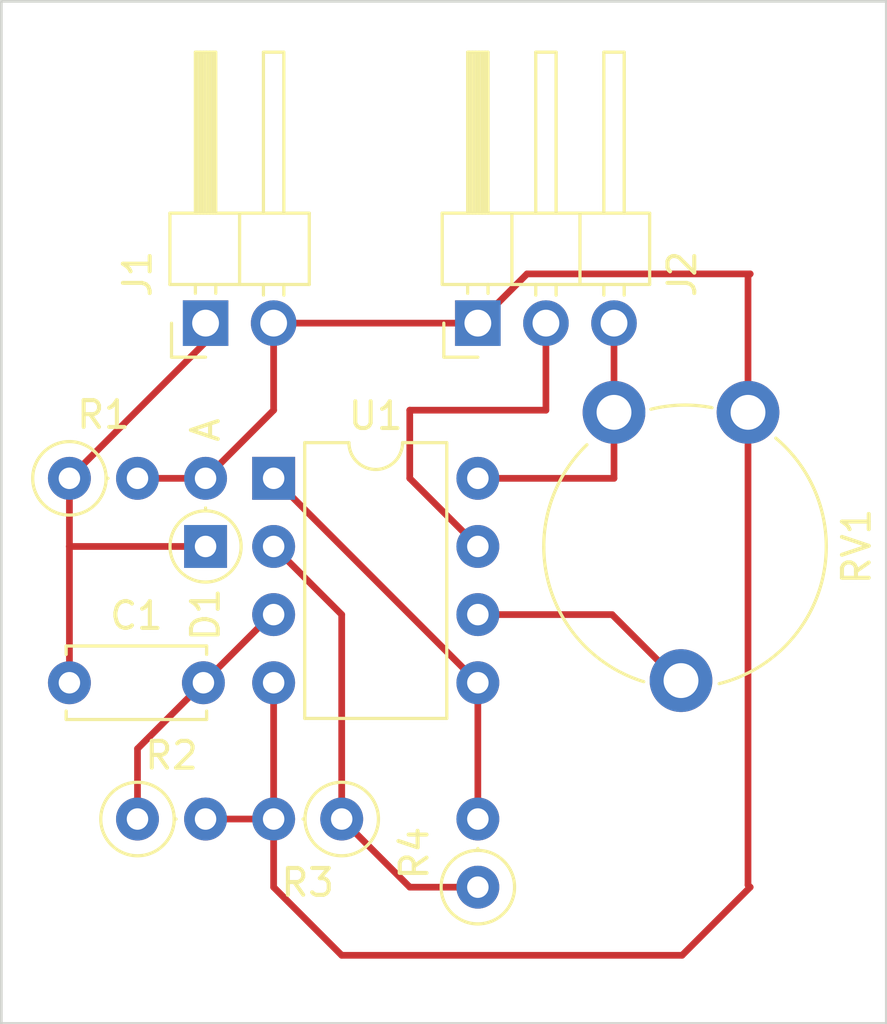
<source format=kicad_pcb>
(kicad_pcb (version 20221018) (generator pcbnew)
  (layers (0 "F.Cu" signal) (31 "B.Cu" signal) (34 "B.Paste" user) (35 "F.Paste" user) (36 "B.SilkS" user "B.Silkscreen") (37 "F.SilkS" user "F.Silkscreen") (38 "B.Mask" user) (39 "F.Mask" user) (44 "Edge.Cuts" user))
  (net 0 "")
  (net 1 "Net-(C1-Pad1)")
  (net 2 "Net-(C1-Pad2)")
  (net 3 "GND")
  (net 4 "Net-(J2-Pad2)")
  (net 5 "+5V")
  (net 6 "Net-(R3-Pad1)")
  (net 7 "Net-(R4-Pad2)")
  (net 8 "Net-(RV1-Pad2)")
  (footprint "Potentiometer_THT:Potentiometer_Piher_PT-10-V10_Vertical" (layer "F.Cu") (at 165.1 76.28 -90)
    (fp_text reference "RV1" (at 5 -9.05 90) (layer "F.SilkS"))
    (fp_text value "100k")
    (fp_arc (start -0.11439 -1.375119) (mid -0.269093 -2.512295) (end -0.174 -3.656) (stroke (width 0.12)) (layer "F.SilkS"))
    (fp_arc (start 0.963379 -6.038474) (mid 6.186565 -7.784991) (end 10.114 -3.924) (stroke (width 0.12)) (layer "F.SilkS"))
    (fp_arc (start 5.09203 2.619358) (mid 2.983245 2.219015) (end 1.209 1.011) (stroke (width 0.12)) (layer "F.SilkS"))
    (fp_arc (start 10.039726 -1.109201) (mid 8.134716 1.586326) (end 5 2.62) (stroke (width 0.12)) (layer "F.SilkS"))
    (pad "1" thru_hole circle (at 0 0 270) (size 2.34 2.34) (drill 1.3) (layers "*.Cu" "*.Mask") (net 5 "+5V"))
    (pad "2" thru_hole circle (at 10 -2.5 270) (size 2.34 2.34) (drill 1.3) (layers "*.Cu" "*.Mask") (net 8 "Net-(RV1-Pad2)"))
    (pad "3" thru_hole circle (at 0 -5 270) (size 2.34 2.34) (drill 1.3) (layers "*.Cu" "*.Mask") (net 3 "GND"))
  )
  (footprint "Resistor_THT:R_Axial_DIN0207_L6.3mm_D2.5mm_P2.54mm_Vertical" (layer "F.Cu") (at 160.02 93.98 90)
    (fp_text reference "R4" (at 1.27 -2.37 90) (layer "F.SilkS"))
    (fp_text value "150k")
    (fp_line (start 1.37 0) (end 1.44 0) (stroke (width 0.12)) (layer "F.SilkS"))
    (fp_circle (center 0 0) (end 1.37 0) (stroke (width 0.12)) (fill none) (layer "F.SilkS"))
    (pad "1" thru_hole circle (at 0 0 90) (size 1.6 1.6) (drill 0.8) (layers "*.Cu" "*.Mask") (net 6 "Net-(R3-Pad1)"))
    (pad "2" thru_hole oval (at 2.54 0 90) (size 1.6 1.6) (drill 0.8) (layers "*.Cu" "*.Mask") (net 7 "Net-(R4-Pad2)"))
  )
  (footprint "Resistor_THT:R_Axial_DIN0207_L6.3mm_D2.5mm_P2.54mm_Vertical" (layer "F.Cu") (at 147.32 91.44)
    (fp_text reference "R2" (at 1.27 -2.37) (layer "F.SilkS"))
    (fp_text value "100k")
    (fp_line (start 1.37 0) (end 1.44 0) (stroke (width 0.12)) (layer "F.SilkS"))
    (fp_circle (center 0 0) (end 1.37 0) (stroke (width 0.12)) (fill none) (layer "F.SilkS"))
    (pad "1" thru_hole circle (at 0 0) (size 1.6 1.6) (drill 0.8) (layers "*.Cu" "*.Mask") (net 2 "Net-(C1-Pad2)"))
    (pad "2" thru_hole oval (at 2.54 0) (size 1.6 1.6) (drill 0.8) (layers "*.Cu" "*.Mask") (net 3 "GND"))
  )
  (footprint "Connector_PinHeader_2.54mm:PinHeader_1x02_P2.54mm_Horizontal" (layer "F.Cu") (at 149.86 72.955 90)
    (fp_text reference "J1" (at 1.835 -2.54 90) (layer "F.SilkS"))
    (fp_text value "Conn_01x02_Male")
    (fp_line (start -1.27 -1.27) (end 0 -1.27) (stroke (width 0.12)) (layer "F.SilkS"))
    (fp_line (start -1.27 0) (end -1.27 -1.27) (stroke (width 0.12)) (layer "F.SilkS"))
    (fp_line (start 1.042929 2.16) (end 1.44 2.16) (stroke (width 0.12)) (layer "F.SilkS"))
    (fp_line (start 1.042929 2.92) (end 1.44 2.92) (stroke (width 0.12)) (layer "F.SilkS"))
    (fp_line (start 1.11 -0.38) (end 1.44 -0.38) (stroke (width 0.12)) (layer "F.SilkS"))
    (fp_line (start 1.11 0.38) (end 1.44 0.38) (stroke (width 0.12)) (layer "F.SilkS"))
    (fp_line (start 1.44 -1.33) (end 1.44 3.87) (stroke (width 0.12)) (layer "F.SilkS"))
    (fp_line (start 1.44 1.27) (end 4.1 1.27) (stroke (width 0.12)) (layer "F.SilkS"))
    (fp_line (start 1.44 3.87) (end 4.1 3.87) (stroke (width 0.12)) (layer "F.SilkS"))
    (fp_line (start 4.1 -1.33) (end 1.44 -1.33) (stroke (width 0.12)) (layer "F.SilkS"))
    (fp_line (start 4.1 -0.38) (end 10.1 -0.38) (stroke (width 0.12)) (layer "F.SilkS"))
    (fp_line (start 4.1 -0.32) (end 10.1 -0.32) (stroke (width 0.12)) (layer "F.SilkS"))
    (fp_line (start 4.1 -0.2) (end 10.1 -0.2) (stroke (width 0.12)) (layer "F.SilkS"))
    (fp_line (start 4.1 -0.08) (end 10.1 -0.08) (stroke (width 0.12)) (layer "F.SilkS"))
    (fp_line (start 4.1 0.04) (end 10.1 0.04) (stroke (width 0.12)) (layer "F.SilkS"))
    (fp_line (start 4.1 0.16) (end 10.1 0.16) (stroke (width 0.12)) (layer "F.SilkS"))
    (fp_line (start 4.1 0.28) (end 10.1 0.28) (stroke (width 0.12)) (layer "F.SilkS"))
    (fp_line (start 4.1 2.16) (end 10.1 2.16) (stroke (width 0.12)) (layer "F.SilkS"))
    (fp_line (start 4.1 3.87) (end 4.1 -1.33) (stroke (width 0.12)) (layer "F.SilkS"))
    (fp_line (start 10.1 -0.38) (end 10.1 0.38) (stroke (width 0.12)) (layer "F.SilkS"))
    (fp_line (start 10.1 0.38) (end 4.1 0.38) (stroke (width 0.12)) (layer "F.SilkS"))
    (fp_line (start 10.1 2.16) (end 10.1 2.92) (stroke (width 0.12)) (layer "F.SilkS"))
    (fp_line (start 10.1 2.92) (end 4.1 2.92) (stroke (width 0.12)) (layer "F.SilkS"))
    (pad "1" thru_hole rect (at 0 0 90) (size 1.7 1.7) (drill 1) (layers "*.Cu" "*.Mask") (net 1 "Net-(C1-Pad1)"))
    (pad "2" thru_hole oval (at 0 2.54 90) (size 1.7 1.7) (drill 1) (layers "*.Cu" "*.Mask") (net 3 "GND"))
  )
  (footprint "Diode_THT:D_DO-35_SOD27_P2.54mm_Vertical_AnodeUp" (layer "F.Cu") (at 149.86 81.28 90)
    (fp_text reference "D1" (at -2.54 0 90) (layer "F.SilkS"))
    (fp_text value "5.1V")
    (fp_text user "A" (at 4.34 0 90) (layer "F.SilkS"))
    (fp_line (start 1.326371 0) (end 1.44 0) (stroke (width 0.12)) (layer "F.SilkS"))
    (fp_circle (center 0 0) (end 1.326371 0) (stroke (width 0.12)) (fill none) (layer "F.SilkS"))
    (pad "1" thru_hole rect (at 0 0 90) (size 1.6 1.6) (drill 0.8) (layers "*.Cu" "*.Mask") (net 1 "Net-(C1-Pad1)"))
    (pad "2" thru_hole oval (at 2.54 0 90) (size 1.6 1.6) (drill 0.8) (layers "*.Cu" "*.Mask") (net 3 "GND"))
  )
  (footprint "Connector_PinHeader_2.54mm:PinHeader_1x03_P2.54mm_Horizontal" (layer "F.Cu") (at 160.02 72.955 90)
    (fp_text reference "J2" (at 1.835 7.62 90) (layer "F.SilkS"))
    (fp_text value "Conn_01x03_Male")
    (fp_line (start -1.27 -1.27) (end 0 -1.27) (stroke (width 0.12)) (layer "F.SilkS"))
    (fp_line (start -1.27 0) (end -1.27 -1.27) (stroke (width 0.12)) (layer "F.SilkS"))
    (fp_line (start 1.042929 2.16) (end 1.44 2.16) (stroke (width 0.12)) (layer "F.SilkS"))
    (fp_line (start 1.042929 2.92) (end 1.44 2.92) (stroke (width 0.12)) (layer "F.SilkS"))
    (fp_line (start 1.042929 4.7) (end 1.44 4.7) (stroke (width 0.12)) (layer "F.SilkS"))
    (fp_line (start 1.042929 5.46) (end 1.44 5.46) (stroke (width 0.12)) (layer "F.SilkS"))
    (fp_line (start 1.11 -0.38) (end 1.44 -0.38) (stroke (width 0.12)) (layer "F.SilkS"))
    (fp_line (start 1.11 0.38) (end 1.44 0.38) (stroke (width 0.12)) (layer "F.SilkS"))
    (fp_line (start 1.44 -1.33) (end 1.44 6.41) (stroke (width 0.12)) (layer "F.SilkS"))
    (fp_line (start 1.44 1.27) (end 4.1 1.27) (stroke (width 0.12)) (layer "F.SilkS"))
    (fp_line (start 1.44 3.81) (end 4.1 3.81) (stroke (width 0.12)) (layer "F.SilkS"))
    (fp_line (start 1.44 6.41) (end 4.1 6.41) (stroke (width 0.12)) (layer "F.SilkS"))
    (fp_line (start 4.1 -1.33) (end 1.44 -1.33) (stroke (width 0.12)) (layer "F.SilkS"))
    (fp_line (start 4.1 -0.38) (end 10.1 -0.38) (stroke (width 0.12)) (layer "F.SilkS"))
    (fp_line (start 4.1 -0.32) (end 10.1 -0.32) (stroke (width 0.12)) (layer "F.SilkS"))
    (fp_line (start 4.1 -0.2) (end 10.1 -0.2) (stroke (width 0.12)) (layer "F.SilkS"))
    (fp_line (start 4.1 -0.08) (end 10.1 -0.08) (stroke (width 0.12)) (layer "F.SilkS"))
    (fp_line (start 4.1 0.04) (end 10.1 0.04) (stroke (width 0.12)) (layer "F.SilkS"))
    (fp_line (start 4.1 0.16) (end 10.1 0.16) (stroke (width 0.12)) (layer "F.SilkS"))
    (fp_line (start 4.1 0.28) (end 10.1 0.28) (stroke (width 0.12)) (layer "F.SilkS"))
    (fp_line (start 4.1 2.16) (end 10.1 2.16) (stroke (width 0.12)) (layer "F.SilkS"))
    (fp_line (start 4.1 4.7) (end 10.1 4.7) (stroke (width 0.12)) (layer "F.SilkS"))
    (fp_line (start 4.1 6.41) (end 4.1 -1.33) (stroke (width 0.12)) (layer "F.SilkS"))
    (fp_line (start 10.1 -0.38) (end 10.1 0.38) (stroke (width 0.12)) (layer "F.SilkS"))
    (fp_line (start 10.1 0.38) (end 4.1 0.38) (stroke (width 0.12)) (layer "F.SilkS"))
    (fp_line (start 10.1 2.16) (end 10.1 2.92) (stroke (width 0.12)) (layer "F.SilkS"))
    (fp_line (start 10.1 2.92) (end 4.1 2.92) (stroke (width 0.12)) (layer "F.SilkS"))
    (fp_line (start 10.1 4.7) (end 10.1 5.46) (stroke (width 0.12)) (layer "F.SilkS"))
    (fp_line (start 10.1 5.46) (end 4.1 5.46) (stroke (width 0.12)) (layer "F.SilkS"))
    (pad "1" thru_hole rect (at 0 0 90) (size 1.7 1.7) (drill 1) (layers "*.Cu" "*.Mask") (net 3 "GND"))
    (pad "2" thru_hole oval (at 0 2.54 90) (size 1.7 1.7) (drill 1) (layers "*.Cu" "*.Mask") (net 4 "Net-(J2-Pad2)"))
    (pad "3" thru_hole oval (at 0 5.08 90) (size 1.7 1.7) (drill 1) (layers "*.Cu" "*.Mask") (net 5 "+5V"))
  )
  (footprint "Resistor_THT:R_Axial_DIN0207_L6.3mm_D2.5mm_P2.54mm_Vertical" (layer "F.Cu") (at 144.78 78.74)
    (fp_text reference "R1" (at 1.27 -2.37) (layer "F.SilkS"))
    (fp_text value "1M")
    (fp_line (start 1.37 0) (end 1.44 0) (stroke (width 0.12)) (layer "F.SilkS"))
    (fp_circle (center 0 0) (end 1.37 0) (stroke (width 0.12)) (fill none) (layer "F.SilkS"))
    (pad "1" thru_hole circle (at 0 0) (size 1.6 1.6) (drill 0.8) (layers "*.Cu" "*.Mask") (net 1 "Net-(C1-Pad1)"))
    (pad "2" thru_hole oval (at 2.54 0) (size 1.6 1.6) (drill 0.8) (layers "*.Cu" "*.Mask") (net 3 "GND"))
  )
  (footprint "Resistor_THT:R_Axial_DIN0207_L6.3mm_D2.5mm_P2.54mm_Vertical" (layer "F.Cu") (at 154.94 91.44 180)
    (fp_text reference "R3" (at 1.27 -2.37) (layer "F.SilkS"))
    (fp_text value "1k")
    (fp_line (start 1.37 0) (end 1.44 0) (stroke (width 0.12)) (layer "F.SilkS"))
    (fp_circle (center 0 0) (end 1.37 0) (stroke (width 0.12)) (fill none) (layer "F.SilkS"))
    (pad "1" thru_hole circle (at 0 0 180) (size 1.6 1.6) (drill 0.8) (layers "*.Cu" "*.Mask") (net 6 "Net-(R3-Pad1)"))
    (pad "2" thru_hole oval (at 2.54 0 180) (size 1.6 1.6) (drill 0.8) (layers "*.Cu" "*.Mask") (net 3 "GND"))
  )
  (footprint "Package_DIP:DIP-8_W7.62mm" (layer "F.Cu") (at 152.4 78.74)
    (fp_text reference "U1" (at 3.81 -2.33) (layer "F.SilkS"))
    (fp_text value "LM358")
    (fp_line (start 1.16 -1.33) (end 1.16 8.95) (stroke (width 0.12)) (layer "F.SilkS"))
    (fp_line (start 1.16 8.95) (end 6.46 8.95) (stroke (width 0.12)) (layer "F.SilkS"))
    (fp_line (start 2.81 -1.33) (end 1.16 -1.33) (stroke (width 0.12)) (layer "F.SilkS"))
    (fp_line (start 6.46 -1.33) (end 4.81 -1.33) (stroke (width 0.12)) (layer "F.SilkS"))
    (fp_line (start 6.46 8.95) (end 6.46 -1.33) (stroke (width 0.12)) (layer "F.SilkS"))
    (fp_arc (start 4.81 -1.33) (mid 3.81 -0.33) (end 2.81 -1.33) (stroke (width 0.12)) (layer "F.SilkS"))
    (pad "1" thru_hole rect (at 0 0) (size 1.6 1.6) (drill 0.8) (layers "*.Cu" "*.Mask") (net 7 "Net-(R4-Pad2)"))
    (pad "2" thru_hole oval (at 0 2.54) (size 1.6 1.6) (drill 0.8) (layers "*.Cu" "*.Mask") (net 6 "Net-(R3-Pad1)"))
    (pad "3" thru_hole oval (at 0 5.08) (size 1.6 1.6) (drill 0.8) (layers "*.Cu" "*.Mask") (net 2 "Net-(C1-Pad2)"))
    (pad "4" thru_hole oval (at 0 7.62) (size 1.6 1.6) (drill 0.8) (layers "*.Cu" "*.Mask") (net 3 "GND"))
    (pad "5" thru_hole oval (at 7.62 7.62) (size 1.6 1.6) (drill 0.8) (layers "*.Cu" "*.Mask") (net 7 "Net-(R4-Pad2)"))
    (pad "6" thru_hole oval (at 7.62 5.08) (size 1.6 1.6) (drill 0.8) (layers "*.Cu" "*.Mask") (net 8 "Net-(RV1-Pad2)"))
    (pad "7" thru_hole oval (at 7.62 2.54) (size 1.6 1.6) (drill 0.8) (layers "*.Cu" "*.Mask") (net 4 "Net-(J2-Pad2)"))
    (pad "8" thru_hole oval (at 7.62 0) (size 1.6 1.6) (drill 0.8) (layers "*.Cu" "*.Mask") (net 5 "+5V"))
  )
  (footprint "Capacitor_THT:C_Disc_D5.0mm_W2.5mm_P5.00mm" (layer "F.Cu") (at 144.78 86.36)
    (fp_text reference "C1" (at 2.5 -2.5) (layer "F.SilkS"))
    (fp_text value "100nF")
    (fp_line (start -0.12 -1.37) (end -0.12 -1.055) (stroke (width 0.12)) (layer "F.SilkS"))
    (fp_line (start -0.12 -1.37) (end 5.12 -1.37) (stroke (width 0.12)) (layer "F.SilkS"))
    (fp_line (start -0.12 1.055) (end -0.12 1.37) (stroke (width 0.12)) (layer "F.SilkS"))
    (fp_line (start -0.12 1.37) (end 5.12 1.37) (stroke (width 0.12)) (layer "F.SilkS"))
    (fp_line (start 5.12 -1.37) (end 5.12 -1.055) (stroke (width 0.12)) (layer "F.SilkS"))
    (fp_line (start 5.12 1.055) (end 5.12 1.37) (stroke (width 0.12)) (layer "F.SilkS"))
    (pad "1" thru_hole circle (at 0 0) (size 1.6 1.6) (drill 0.8) (layers "*.Cu" "*.Mask") (net 1 "Net-(C1-Pad1)"))
    (pad "2" thru_hole circle (at 5 0) (size 1.6 1.6) (drill 0.8) (layers "*.Cu" "*.Mask") (net 2 "Net-(C1-Pad2)"))
  )
  (gr_line (start 142.24 99.06) (end 142.24 60.96) (stroke (width 0.1)) (layer "Edge.Cuts"))
  (gr_line (start 175.26 99.06) (end 142.24 99.06) (stroke (width 0.1)) (layer "Edge.Cuts"))
  (gr_line (start 175.26 60.96) (end 175.26 99.06) (stroke (width 0.1)) (layer "Edge.Cuts"))
  (gr_line (start 142.24 60.96) (end 175.26 60.96) (stroke (width 0.1)) (layer "Edge.Cuts"))
  (segment (start 149.86 73.66) (end 144.78 78.74) (width 0.25) (layer "F.Cu") (net 1))
  (segment (start 149.86 81.28) (end 144.78 81.28) (width 0.25) (layer "F.Cu") (net 1))
  (segment (start 144.78 86.36) (end 144.78 81.28) (width 0.25) (layer "F.Cu") (net 1))
  (segment (start 144.78 81.28) (end 144.78 78.74) (width 0.25) (layer "F.Cu") (net 1))
  (segment (start 149.86 72.955) (end 149.86 73.66) (width 0.25) (layer "F.Cu") (net 1))
  (segment (start 147.32 91.44) (end 147.32 88.82) (width 0.25) (layer "F.Cu") (net 2))
  (segment (start 152.32 83.82) (end 152.4 83.82) (width 0.25) (layer "F.Cu") (net 2))
  (segment (start 149.78 86.36) (end 152.32 83.82) (width 0.25) (layer "F.Cu") (net 2))
  (segment (start 147.32 88.82) (end 149.78 86.36) (width 0.25) (layer "F.Cu") (net 2))
  (segment (start 152.4 93.98) (end 152.4 91.44) (width 0.25) (layer "F.Cu") (net 3))
  (segment (start 170.18 93.98) (end 167.64 96.52) (width 0.25) (layer "F.Cu") (net 3))
  (segment (start 152.4 91.44) (end 152.4 86.36) (width 0.25) (layer "F.Cu") (net 3))
  (segment (start 169.99 76.39) (end 170.1 76.28) (width 0.25) (layer "F.Cu") (net 3))
  (segment (start 167.64 96.52) (end 154.94 96.52) (width 0.25) (layer "F.Cu") (net 3))
  (segment (start 149.86 91.44) (end 152.4 91.44) (width 0.25) (layer "F.Cu") (net 3))
  (segment (start 149.86 78.74) (end 152.4 76.2) (width 0.25) (layer "F.Cu") (net 3))
  (segment (start 170.1 76.28) (end 169.99 76.17) (width 0.25) (layer "F.Cu") (net 3))
  (segment (start 170.18 71.12) (end 161.855 71.12) (width 0.25) (layer "F.Cu") (net 3))
  (segment (start 154.94 96.52) (end 152.4 93.98) (width 0.25) (layer "F.Cu") (net 3))
  (segment (start 152.4 72.955) (end 160.02 72.955) (width 0.25) (layer "F.Cu") (net 3))
  (segment (start 170.1 76.28) (end 170.1 93.9) (width 0.25) (layer "F.Cu") (net 3))
  (segment (start 170.1 76.28) (end 170.1 71.2) (width 0.25) (layer "F.Cu") (net 3))
  (segment (start 152.4 76.2) (end 152.4 72.955) (width 0.25) (layer "F.Cu") (net 3))
  (segment (start 170.1 71.2) (end 170.18 71.12) (width 0.25) (layer "F.Cu") (net 3))
  (segment (start 149.86 78.74) (end 147.32 78.74) (width 0.25) (layer "F.Cu") (net 3))
  (segment (start 170.1 93.9) (end 170.18 93.98) (width 0.25) (layer "F.Cu") (net 3))
  (segment (start 161.855 71.12) (end 160.02 72.955) (width 0.25) (layer "F.Cu") (net 3))
  (segment (start 160.02 81.28) (end 157.48 78.74) (width 0.25) (layer "F.Cu") (net 4))
  (segment (start 162.56 76.2) (end 162.56 72.955) (width 0.25) (layer "F.Cu") (net 4))
  (segment (start 157.48 78.74) (end 157.48 76.2) (width 0.25) (layer "F.Cu") (net 4))
  (segment (start 157.48 76.2) (end 162.56 76.2) (width 0.25) (layer "F.Cu") (net 4))
  (segment (start 165.1 78.74) (end 165.1 76.28) (width 0.25) (layer "F.Cu") (net 5))
  (segment (start 165.1 76.28) (end 165.1 72.955) (width 0.25) (layer "F.Cu") (net 5))
  (segment (start 160.02 78.74) (end 165.1 78.74) (width 0.25) (layer "F.Cu") (net 5))
  (segment (start 157.48 93.98) (end 154.94 91.44) (width 0.25) (layer "F.Cu") (net 6))
  (segment (start 154.94 83.82) (end 152.4 81.28) (width 0.25) (layer "F.Cu") (net 6))
  (segment (start 160.02 93.98) (end 157.48 93.98) (width 0.25) (layer "F.Cu") (net 6))
  (segment (start 154.94 91.44) (end 154.94 83.82) (width 0.25) (layer "F.Cu") (net 6))
  (segment (start 160.02 91.44) (end 160.02 86.36) (width 0.25) (layer "F.Cu") (net 7))
  (segment (start 160.02 86.36) (end 152.4 78.74) (width 0.25) (layer "F.Cu") (net 7))
  (segment (start 160.02 83.82) (end 165.03 83.82) (width 0.25) (layer "F.Cu") (net 8))
  (segment (start 167.49 86.28) (end 167.6 86.28) (width 0.25) (layer "F.Cu") (net 8))
  (segment (start 165.03 83.82) (end 167.49 86.28) (width 0.25) (layer "F.Cu") (net 8))
)
</source>
